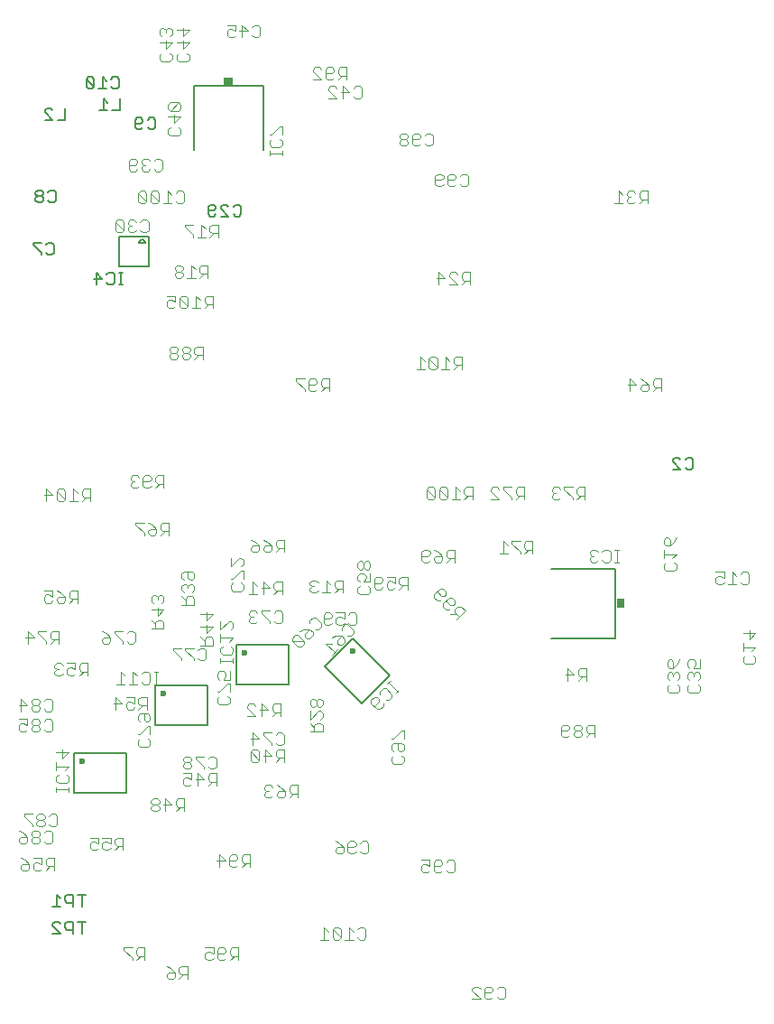
<source format=gbo>
G75*
G70*
%OFA0B0*%
%FSLAX24Y24*%
%IPPOS*%
%LPD*%
%AMOC8*
5,1,8,0,0,1.08239X$1,22.5*
%
%ADD10C,0.0080*%
%ADD11C,0.0050*%
%ADD12C,0.0040*%
%ADD13R,0.0340X0.0300*%
%ADD14R,0.0300X0.0340*%
%ADD15C,0.0236*%
D10*
X009460Y013462D02*
X011405Y013462D01*
X011405Y014919D01*
X009460Y014919D01*
X009460Y013462D01*
X012460Y015962D02*
X014405Y015962D01*
X014405Y017419D01*
X012460Y017419D01*
X012460Y015962D01*
X015460Y017462D02*
X015460Y018919D01*
X017405Y018919D01*
X017405Y017462D01*
X015460Y017462D01*
X018730Y018113D02*
X020105Y016738D01*
X021135Y017768D01*
X019760Y019143D01*
X018730Y018113D01*
X027110Y019151D02*
X029470Y019150D01*
X029470Y021731D01*
X027110Y021731D01*
X031608Y025388D02*
X031888Y025388D01*
X031608Y025668D01*
X031608Y025738D01*
X031678Y025808D01*
X031818Y025808D01*
X031888Y025738D01*
X032068Y025738D02*
X032138Y025808D01*
X032278Y025808D01*
X032348Y025738D01*
X032348Y025458D01*
X032278Y025388D01*
X032138Y025388D01*
X032068Y025458D01*
X016472Y037181D02*
X016472Y039541D01*
X013892Y039541D01*
X013892Y037181D01*
X012482Y038019D02*
X012412Y037949D01*
X012272Y037949D01*
X012202Y038019D01*
X012021Y038019D02*
X011951Y037949D01*
X011811Y037949D01*
X011741Y038019D01*
X011741Y038299D01*
X011811Y038369D01*
X011951Y038369D01*
X012021Y038299D01*
X012021Y038229D01*
X011951Y038159D01*
X011741Y038159D01*
X012202Y038299D02*
X012272Y038369D01*
X012412Y038369D01*
X012482Y038299D01*
X012482Y038019D01*
X011159Y038650D02*
X010879Y038650D01*
X010699Y038650D02*
X010418Y038650D01*
X010558Y038650D02*
X010558Y039070D01*
X010699Y038930D01*
X011159Y039070D02*
X011159Y038650D01*
X011060Y039449D02*
X010920Y039449D01*
X010849Y039519D01*
X010669Y039449D02*
X010389Y039449D01*
X010529Y039449D02*
X010529Y039869D01*
X010669Y039729D01*
X010849Y039799D02*
X010920Y039869D01*
X011060Y039869D01*
X011130Y039799D01*
X011130Y039519D01*
X011060Y039449D01*
X010209Y039519D02*
X009929Y039799D01*
X009929Y039519D01*
X009999Y039449D01*
X010139Y039449D01*
X010209Y039519D01*
X010209Y039799D01*
X010139Y039869D01*
X009999Y039869D01*
X009929Y039799D01*
X009142Y038713D02*
X009142Y038293D01*
X008862Y038293D01*
X008682Y038293D02*
X008402Y038573D01*
X008402Y038643D01*
X008472Y038713D01*
X008612Y038713D01*
X008682Y038643D01*
X008682Y038293D02*
X008402Y038293D01*
X008264Y035681D02*
X008124Y035681D01*
X008054Y035611D01*
X008054Y035541D01*
X008124Y035471D01*
X008264Y035471D01*
X008334Y035541D01*
X008334Y035611D01*
X008264Y035681D01*
X008264Y035471D02*
X008334Y035401D01*
X008334Y035331D01*
X008264Y035261D01*
X008124Y035261D01*
X008054Y035331D01*
X008054Y035401D01*
X008124Y035471D01*
X008514Y035331D02*
X008584Y035261D01*
X008724Y035261D01*
X008794Y035331D01*
X008794Y035611D01*
X008724Y035681D01*
X008584Y035681D01*
X008514Y035611D01*
X008513Y033745D02*
X008653Y033745D01*
X008723Y033675D01*
X008723Y033395D01*
X008653Y033325D01*
X008513Y033325D01*
X008443Y033395D01*
X008263Y033395D02*
X008263Y033325D01*
X008263Y033395D02*
X007983Y033675D01*
X007983Y033745D01*
X008263Y033745D01*
X008443Y033675D02*
X008513Y033745D01*
X011131Y033992D02*
X011131Y032889D01*
X012233Y032889D01*
X012233Y033992D01*
X011131Y033992D01*
X011879Y033756D02*
X012115Y033756D01*
X012113Y033776D01*
X012108Y033796D01*
X012099Y033815D01*
X012087Y033832D01*
X012073Y033846D01*
X012056Y033858D01*
X012037Y033867D01*
X012017Y033872D01*
X011997Y033874D01*
X011977Y033872D01*
X011957Y033867D01*
X011938Y033858D01*
X011921Y033846D01*
X011907Y033832D01*
X011895Y033815D01*
X011886Y033796D01*
X011881Y033776D01*
X011879Y033756D01*
X014441Y034801D02*
X014511Y034731D01*
X014652Y034731D01*
X014722Y034801D01*
X014652Y034941D02*
X014441Y034941D01*
X014441Y034801D02*
X014441Y035081D01*
X014511Y035151D01*
X014652Y035151D01*
X014722Y035081D01*
X014722Y035011D01*
X014652Y034941D01*
X014902Y035011D02*
X014902Y035081D01*
X014972Y035151D01*
X015112Y035151D01*
X015182Y035081D01*
X015362Y035081D02*
X015432Y035151D01*
X015572Y035151D01*
X015642Y035081D01*
X015642Y034801D01*
X015572Y034731D01*
X015432Y034731D01*
X015362Y034801D01*
X015182Y034731D02*
X014902Y034731D01*
X015182Y034731D02*
X014902Y035011D01*
D11*
X008986Y008241D02*
X008686Y008241D01*
X008686Y008541D02*
X008686Y008616D01*
X008761Y008691D01*
X008911Y008691D01*
X008986Y008616D01*
X009147Y008616D02*
X009147Y008466D01*
X009222Y008391D01*
X009447Y008391D01*
X009447Y008241D02*
X009447Y008691D01*
X009222Y008691D01*
X009147Y008616D01*
X008986Y008241D02*
X008686Y008541D01*
X008686Y009241D02*
X008986Y009241D01*
X008836Y009241D02*
X008836Y009691D01*
X008986Y009541D01*
X009147Y009616D02*
X009147Y009466D01*
X009222Y009391D01*
X009447Y009391D01*
X009447Y009241D02*
X009447Y009691D01*
X009222Y009691D01*
X009147Y009616D01*
X009607Y009691D02*
X009907Y009691D01*
X009757Y009691D02*
X009757Y009241D01*
X009757Y008691D02*
X009757Y008241D01*
X009907Y008691D02*
X009607Y008691D01*
X010290Y032203D02*
X010290Y032653D01*
X010515Y032428D01*
X010215Y032428D01*
X010675Y032278D02*
X010750Y032203D01*
X010900Y032203D01*
X010975Y032278D01*
X010975Y032578D01*
X010900Y032653D01*
X010750Y032653D01*
X010675Y032578D01*
X011132Y032653D02*
X011282Y032653D01*
X011207Y032653D02*
X011207Y032203D01*
X011282Y032203D02*
X011132Y032203D01*
D12*
X012912Y031796D02*
X013219Y031796D01*
X013219Y031566D01*
X013065Y031642D01*
X012989Y031642D01*
X012912Y031566D01*
X012912Y031412D01*
X012989Y031336D01*
X013142Y031336D01*
X013219Y031412D01*
X013372Y031412D02*
X013449Y031336D01*
X013602Y031336D01*
X013679Y031412D01*
X013372Y031719D01*
X013372Y031412D01*
X013679Y031412D02*
X013679Y031719D01*
X013602Y031796D01*
X013449Y031796D01*
X013372Y031719D01*
X013833Y031336D02*
X014139Y031336D01*
X013986Y031336D02*
X013986Y031796D01*
X014139Y031642D01*
X014293Y031566D02*
X014370Y031489D01*
X014600Y031489D01*
X014600Y031336D02*
X014600Y031796D01*
X014370Y031796D01*
X014293Y031719D01*
X014293Y031566D01*
X014446Y031489D02*
X014293Y031336D01*
X014418Y032461D02*
X014418Y032921D01*
X014188Y032921D01*
X014111Y032844D01*
X014111Y032691D01*
X014188Y032614D01*
X014418Y032614D01*
X014265Y032614D02*
X014111Y032461D01*
X013958Y032461D02*
X013651Y032461D01*
X013805Y032461D02*
X013805Y032921D01*
X013958Y032767D01*
X013498Y032767D02*
X013498Y032844D01*
X013421Y032921D01*
X013268Y032921D01*
X013191Y032844D01*
X013191Y032767D01*
X013268Y032691D01*
X013421Y032691D01*
X013498Y032767D01*
X013421Y032691D02*
X013498Y032614D01*
X013498Y032537D01*
X013421Y032461D01*
X013268Y032461D01*
X013191Y032537D01*
X013191Y032614D01*
X013268Y032691D01*
X013873Y033961D02*
X013873Y034037D01*
X013566Y034344D01*
X013566Y034421D01*
X013873Y034421D01*
X014180Y034421D02*
X014180Y033961D01*
X014333Y033961D02*
X014026Y033961D01*
X014333Y034267D02*
X014180Y034421D01*
X014486Y034344D02*
X014486Y034191D01*
X014563Y034114D01*
X014793Y034114D01*
X014640Y034114D02*
X014486Y033961D01*
X014793Y033961D02*
X014793Y034421D01*
X014563Y034421D01*
X014486Y034344D01*
X013537Y035287D02*
X013461Y035211D01*
X013307Y035211D01*
X013230Y035287D01*
X013077Y035211D02*
X012770Y035211D01*
X012923Y035211D02*
X012923Y035671D01*
X013077Y035517D01*
X013230Y035594D02*
X013307Y035671D01*
X013461Y035671D01*
X013537Y035594D01*
X013537Y035287D01*
X012616Y035287D02*
X012540Y035211D01*
X012386Y035211D01*
X012310Y035287D01*
X012310Y035594D01*
X012616Y035287D01*
X012616Y035594D01*
X012540Y035671D01*
X012386Y035671D01*
X012310Y035594D01*
X012156Y035594D02*
X012079Y035671D01*
X011926Y035671D01*
X011849Y035594D01*
X012156Y035287D01*
X012079Y035211D01*
X011926Y035211D01*
X011849Y035287D01*
X011849Y035594D01*
X012156Y035594D02*
X012156Y035287D01*
X012148Y034608D02*
X012225Y034532D01*
X012225Y034225D01*
X012148Y034148D01*
X011995Y034148D01*
X011918Y034225D01*
X011764Y034225D02*
X011688Y034148D01*
X011534Y034148D01*
X011457Y034225D01*
X011457Y034301D01*
X011534Y034378D01*
X011611Y034378D01*
X011534Y034378D02*
X011457Y034455D01*
X011457Y034532D01*
X011534Y034608D01*
X011688Y034608D01*
X011764Y034532D01*
X011918Y034532D02*
X011995Y034608D01*
X012148Y034608D01*
X011304Y034532D02*
X011304Y034225D01*
X010997Y034532D01*
X010997Y034225D01*
X011074Y034148D01*
X011227Y034148D01*
X011304Y034225D01*
X011304Y034532D02*
X011227Y034608D01*
X011074Y034608D01*
X010997Y034532D01*
X011580Y036398D02*
X011503Y036475D01*
X011503Y036782D01*
X011580Y036858D01*
X011733Y036858D01*
X011810Y036782D01*
X011810Y036705D01*
X011733Y036628D01*
X011503Y036628D01*
X011580Y036398D02*
X011733Y036398D01*
X011810Y036475D01*
X011964Y036475D02*
X012040Y036398D01*
X012194Y036398D01*
X012271Y036475D01*
X012424Y036475D02*
X012501Y036398D01*
X012654Y036398D01*
X012731Y036475D01*
X012731Y036782D01*
X012654Y036858D01*
X012501Y036858D01*
X012424Y036782D01*
X012271Y036782D02*
X012194Y036858D01*
X012040Y036858D01*
X011964Y036782D01*
X011964Y036705D01*
X012040Y036628D01*
X011964Y036551D01*
X011964Y036475D01*
X012040Y036628D02*
X012117Y036628D01*
X013029Y037711D02*
X012952Y037787D01*
X012952Y037941D01*
X013029Y038017D01*
X013182Y038171D02*
X013182Y038478D01*
X013029Y038631D02*
X013336Y038938D01*
X013029Y038938D01*
X012952Y038861D01*
X012952Y038708D01*
X013029Y038631D01*
X013336Y038631D01*
X013413Y038708D01*
X013413Y038861D01*
X013336Y038938D01*
X013413Y038401D02*
X013182Y038171D01*
X013336Y038017D02*
X013413Y037941D01*
X013413Y037787D01*
X013336Y037711D01*
X013029Y037711D01*
X012952Y038401D02*
X013413Y038401D01*
X013341Y040454D02*
X013265Y040531D01*
X013265Y040685D01*
X013341Y040761D01*
X013495Y040915D02*
X013495Y041222D01*
X013495Y041375D02*
X013495Y041682D01*
X013725Y041605D02*
X013495Y041375D01*
X013725Y041145D02*
X013495Y040915D01*
X013648Y040761D02*
X013725Y040685D01*
X013725Y040531D01*
X013648Y040454D01*
X013341Y040454D01*
X013094Y040534D02*
X013017Y040457D01*
X012710Y040457D01*
X012634Y040534D01*
X012634Y040687D01*
X012710Y040764D01*
X012864Y040917D02*
X012864Y041224D01*
X013017Y041378D02*
X013094Y041454D01*
X013094Y041608D01*
X013017Y041684D01*
X012941Y041684D01*
X012864Y041608D01*
X012787Y041684D01*
X012710Y041684D01*
X012634Y041608D01*
X012634Y041454D01*
X012710Y041378D01*
X012864Y041531D02*
X012864Y041608D01*
X013265Y041605D02*
X013725Y041605D01*
X013725Y041145D02*
X013265Y041145D01*
X013094Y041147D02*
X012864Y040917D01*
X013017Y040764D02*
X013094Y040687D01*
X013094Y040534D01*
X013094Y041147D02*
X012634Y041147D01*
X015128Y041412D02*
X015205Y041336D01*
X015359Y041336D01*
X015435Y041412D01*
X015435Y041566D02*
X015282Y041642D01*
X015205Y041642D01*
X015128Y041566D01*
X015128Y041412D01*
X015435Y041566D02*
X015435Y041796D01*
X015128Y041796D01*
X015589Y041566D02*
X015896Y041566D01*
X015665Y041796D01*
X015665Y041336D01*
X016049Y041412D02*
X016126Y041336D01*
X016279Y041336D01*
X016356Y041412D01*
X016356Y041719D01*
X016279Y041796D01*
X016126Y041796D01*
X016049Y041719D01*
X018310Y040157D02*
X018386Y040233D01*
X018540Y040233D01*
X018616Y040157D01*
X018770Y040157D02*
X018847Y040233D01*
X019000Y040233D01*
X019077Y040157D01*
X019077Y040080D01*
X019000Y040003D01*
X018770Y040003D01*
X018770Y039850D02*
X018770Y040157D01*
X018770Y039850D02*
X018847Y039773D01*
X019000Y039773D01*
X019077Y039850D01*
X019230Y039773D02*
X019384Y039926D01*
X019307Y039926D02*
X019537Y039926D01*
X019537Y039773D02*
X019537Y040233D01*
X019307Y040233D01*
X019230Y040157D01*
X019230Y040003D01*
X019307Y039926D01*
X019410Y039537D02*
X019641Y039307D01*
X019334Y039307D01*
X019180Y039460D02*
X019104Y039537D01*
X018950Y039537D01*
X018873Y039460D01*
X018873Y039384D01*
X019180Y039077D01*
X018873Y039077D01*
X018616Y039773D02*
X018310Y039773D01*
X018616Y039773D02*
X018310Y040080D01*
X018310Y040157D01*
X019410Y039537D02*
X019410Y039077D01*
X019794Y039153D02*
X019871Y039077D01*
X020024Y039077D01*
X020101Y039153D01*
X020101Y039460D01*
X020024Y039537D01*
X019871Y039537D01*
X019794Y039460D01*
X021503Y037719D02*
X021503Y037642D01*
X021580Y037566D01*
X021733Y037566D01*
X021810Y037642D01*
X021810Y037719D01*
X021733Y037796D01*
X021580Y037796D01*
X021503Y037719D01*
X021580Y037566D02*
X021503Y037489D01*
X021503Y037412D01*
X021580Y037336D01*
X021733Y037336D01*
X021810Y037412D01*
X021810Y037489D01*
X021733Y037566D01*
X021964Y037566D02*
X022194Y037566D01*
X022271Y037642D01*
X022271Y037719D01*
X022194Y037796D01*
X022040Y037796D01*
X021964Y037719D01*
X021964Y037412D01*
X022040Y037336D01*
X022194Y037336D01*
X022271Y037412D01*
X022424Y037412D02*
X022501Y037336D01*
X022654Y037336D01*
X022731Y037412D01*
X022731Y037719D01*
X022654Y037796D01*
X022501Y037796D01*
X022424Y037719D01*
X022893Y036296D02*
X022816Y036219D01*
X022816Y035912D01*
X022893Y035836D01*
X023046Y035836D01*
X023123Y035912D01*
X023276Y035912D02*
X023276Y036219D01*
X023353Y036296D01*
X023506Y036296D01*
X023583Y036219D01*
X023583Y036142D01*
X023506Y036066D01*
X023276Y036066D01*
X023276Y035912D02*
X023353Y035836D01*
X023506Y035836D01*
X023583Y035912D01*
X023736Y035912D02*
X023813Y035836D01*
X023967Y035836D01*
X024043Y035912D01*
X024043Y036219D01*
X023967Y036296D01*
X023813Y036296D01*
X023736Y036219D01*
X023123Y036219D02*
X023123Y036142D01*
X023046Y036066D01*
X022816Y036066D01*
X022893Y036296D02*
X023046Y036296D01*
X023123Y036219D01*
X022955Y032671D02*
X023185Y032441D01*
X022878Y032441D01*
X022955Y032211D02*
X022955Y032671D01*
X023339Y032594D02*
X023415Y032671D01*
X023569Y032671D01*
X023645Y032594D01*
X023799Y032594D02*
X023799Y032441D01*
X023876Y032364D01*
X024106Y032364D01*
X024106Y032211D02*
X024106Y032671D01*
X023876Y032671D01*
X023799Y032594D01*
X023952Y032364D02*
X023799Y032211D01*
X023645Y032211D02*
X023339Y032517D01*
X023339Y032594D01*
X023339Y032211D02*
X023645Y032211D01*
X023586Y029546D02*
X023509Y029469D01*
X023509Y029316D01*
X023586Y029239D01*
X023816Y029239D01*
X023663Y029239D02*
X023509Y029086D01*
X023356Y029086D02*
X023049Y029086D01*
X023202Y029086D02*
X023202Y029546D01*
X023356Y029392D01*
X023586Y029546D02*
X023816Y029546D01*
X023816Y029086D01*
X022896Y029162D02*
X022589Y029469D01*
X022589Y029162D01*
X022665Y029086D01*
X022819Y029086D01*
X022896Y029162D01*
X022896Y029469D01*
X022819Y029546D01*
X022665Y029546D01*
X022589Y029469D01*
X022435Y029392D02*
X022282Y029546D01*
X022282Y029086D01*
X022435Y029086D02*
X022128Y029086D01*
X018912Y028733D02*
X018912Y028273D01*
X018912Y028426D02*
X018682Y028426D01*
X018605Y028503D01*
X018605Y028657D01*
X018682Y028733D01*
X018912Y028733D01*
X018759Y028426D02*
X018605Y028273D01*
X018452Y028350D02*
X018375Y028273D01*
X018222Y028273D01*
X018145Y028350D01*
X018145Y028657D01*
X018222Y028733D01*
X018375Y028733D01*
X018452Y028657D01*
X018452Y028580D01*
X018375Y028503D01*
X018145Y028503D01*
X017991Y028350D02*
X017991Y028273D01*
X017991Y028350D02*
X017685Y028657D01*
X017685Y028733D01*
X017991Y028733D01*
X014225Y029461D02*
X014225Y029921D01*
X013995Y029921D01*
X013918Y029844D01*
X013918Y029691D01*
X013995Y029614D01*
X014225Y029614D01*
X014071Y029614D02*
X013918Y029461D01*
X013764Y029537D02*
X013764Y029614D01*
X013688Y029691D01*
X013534Y029691D01*
X013457Y029614D01*
X013457Y029537D01*
X013534Y029461D01*
X013688Y029461D01*
X013764Y029537D01*
X013688Y029691D02*
X013764Y029767D01*
X013764Y029844D01*
X013688Y029921D01*
X013534Y029921D01*
X013457Y029844D01*
X013457Y029767D01*
X013534Y029691D01*
X013304Y029767D02*
X013304Y029844D01*
X013227Y029921D01*
X013074Y029921D01*
X012997Y029844D01*
X012997Y029767D01*
X013074Y029691D01*
X013227Y029691D01*
X013304Y029767D01*
X013227Y029691D02*
X013304Y029614D01*
X013304Y029537D01*
X013227Y029461D01*
X013074Y029461D01*
X012997Y029537D01*
X012997Y029614D01*
X013074Y029691D01*
X012787Y025171D02*
X012557Y025171D01*
X012480Y025094D01*
X012480Y024941D01*
X012557Y024864D01*
X012787Y024864D01*
X012634Y024864D02*
X012480Y024711D01*
X012327Y024787D02*
X012250Y024711D01*
X012097Y024711D01*
X012020Y024787D01*
X012020Y025094D01*
X012097Y025171D01*
X012250Y025171D01*
X012327Y025094D01*
X012327Y025017D01*
X012250Y024941D01*
X012020Y024941D01*
X011866Y025094D02*
X011790Y025171D01*
X011636Y025171D01*
X011560Y025094D01*
X011560Y025017D01*
X011636Y024941D01*
X011560Y024864D01*
X011560Y024787D01*
X011636Y024711D01*
X011790Y024711D01*
X011866Y024787D01*
X011713Y024941D02*
X011636Y024941D01*
X012787Y024711D02*
X012787Y025171D01*
X012751Y023421D02*
X012674Y023344D01*
X012674Y023191D01*
X012751Y023114D01*
X012981Y023114D01*
X012981Y022961D02*
X012981Y023421D01*
X012751Y023421D01*
X012827Y023114D02*
X012674Y022961D01*
X012520Y023037D02*
X012444Y022961D01*
X012290Y022961D01*
X012214Y023037D01*
X012214Y023114D01*
X012290Y023191D01*
X012520Y023191D01*
X012520Y023037D01*
X012520Y023191D02*
X012367Y023344D01*
X012214Y023421D01*
X012060Y023421D02*
X011753Y023421D01*
X011753Y023344D01*
X012060Y023037D01*
X012060Y022961D01*
X013452Y021549D02*
X013529Y021626D01*
X013836Y021626D01*
X013913Y021549D01*
X013913Y021395D01*
X013836Y021319D01*
X013759Y021319D01*
X013682Y021395D01*
X013682Y021626D01*
X013452Y021549D02*
X013452Y021395D01*
X013529Y021319D01*
X013529Y021165D02*
X013452Y021089D01*
X013452Y020935D01*
X013529Y020858D01*
X013452Y020705D02*
X013606Y020551D01*
X013606Y020628D02*
X013606Y020398D01*
X013452Y020398D02*
X013913Y020398D01*
X013913Y020628D01*
X013836Y020705D01*
X013682Y020705D01*
X013606Y020628D01*
X013836Y020858D02*
X013913Y020935D01*
X013913Y021089D01*
X013836Y021165D01*
X013759Y021165D01*
X013682Y021089D01*
X013606Y021165D01*
X013529Y021165D01*
X013682Y021089D02*
X013682Y021012D01*
X012788Y020674D02*
X012711Y020751D01*
X012634Y020751D01*
X012557Y020674D01*
X012481Y020751D01*
X012404Y020751D01*
X012327Y020674D01*
X012327Y020520D01*
X012404Y020444D01*
X012557Y020597D02*
X012557Y020674D01*
X012788Y020674D02*
X012788Y020520D01*
X012711Y020444D01*
X012557Y020290D02*
X012557Y019983D01*
X012788Y020214D01*
X012327Y020214D01*
X012327Y019830D02*
X012481Y019676D01*
X012481Y019753D02*
X012481Y019523D01*
X012327Y019523D02*
X012788Y019523D01*
X012788Y019753D01*
X012711Y019830D01*
X012557Y019830D01*
X012481Y019753D01*
X011731Y019344D02*
X011731Y019037D01*
X011654Y018961D01*
X011501Y018961D01*
X011424Y019037D01*
X011271Y019037D02*
X011271Y018961D01*
X011271Y019037D02*
X010964Y019344D01*
X010964Y019421D01*
X011271Y019421D01*
X011424Y019344D02*
X011501Y019421D01*
X011654Y019421D01*
X011731Y019344D01*
X010810Y019191D02*
X010580Y019191D01*
X010503Y019114D01*
X010503Y019037D01*
X010580Y018961D01*
X010733Y018961D01*
X010810Y019037D01*
X010810Y019191D01*
X010657Y019344D01*
X010503Y019421D01*
X009981Y018233D02*
X009751Y018233D01*
X009674Y018157D01*
X009674Y018003D01*
X009751Y017926D01*
X009981Y017926D01*
X009981Y017773D02*
X009981Y018233D01*
X009827Y017926D02*
X009674Y017773D01*
X009521Y017850D02*
X009444Y017773D01*
X009290Y017773D01*
X009214Y017850D01*
X009214Y018003D01*
X009290Y018080D01*
X009367Y018080D01*
X009521Y018003D01*
X009521Y018233D01*
X009214Y018233D01*
X009060Y018157D02*
X008983Y018233D01*
X008830Y018233D01*
X008753Y018157D01*
X008753Y018080D01*
X008830Y018003D01*
X008753Y017926D01*
X008753Y017850D01*
X008830Y017773D01*
X008983Y017773D01*
X009060Y017850D01*
X008907Y018003D02*
X008830Y018003D01*
X008912Y018961D02*
X008912Y019421D01*
X008682Y019421D01*
X008605Y019344D01*
X008605Y019191D01*
X008682Y019114D01*
X008912Y019114D01*
X008759Y019114D02*
X008605Y018961D01*
X008452Y018961D02*
X008452Y019037D01*
X008145Y019344D01*
X008145Y019421D01*
X008452Y019421D01*
X007991Y019191D02*
X007685Y019191D01*
X007761Y018961D02*
X007761Y019421D01*
X007991Y019191D01*
X008449Y020461D02*
X008372Y020537D01*
X008372Y020691D01*
X008449Y020767D01*
X008526Y020767D01*
X008679Y020691D01*
X008679Y020921D01*
X008372Y020921D01*
X008832Y020921D02*
X008986Y020844D01*
X009139Y020691D01*
X008909Y020691D01*
X008832Y020614D01*
X008832Y020537D01*
X008909Y020461D01*
X009063Y020461D01*
X009139Y020537D01*
X009139Y020691D01*
X009293Y020691D02*
X009370Y020614D01*
X009600Y020614D01*
X009600Y020461D02*
X009600Y020921D01*
X009370Y020921D01*
X009293Y020844D01*
X009293Y020691D01*
X009446Y020614D02*
X009293Y020461D01*
X008679Y020537D02*
X008602Y020461D01*
X008449Y020461D01*
X011195Y017926D02*
X011195Y017465D01*
X011042Y017465D02*
X011349Y017465D01*
X011502Y017465D02*
X011809Y017465D01*
X011656Y017465D02*
X011656Y017926D01*
X011809Y017772D01*
X011962Y017849D02*
X012039Y017926D01*
X012193Y017926D01*
X012269Y017849D01*
X012269Y017542D01*
X012193Y017465D01*
X012039Y017465D01*
X011962Y017542D01*
X012423Y017465D02*
X012576Y017465D01*
X012500Y017465D02*
X012500Y017926D01*
X012576Y017926D02*
X012423Y017926D01*
X012162Y016983D02*
X011932Y016983D01*
X011855Y016907D01*
X011855Y016753D01*
X011932Y016676D01*
X012162Y016676D01*
X012162Y016523D02*
X012162Y016983D01*
X012009Y016676D02*
X011855Y016523D01*
X011904Y016376D02*
X012211Y016376D01*
X012288Y016299D01*
X012288Y016145D01*
X012211Y016069D01*
X012134Y016069D01*
X012057Y016145D01*
X012057Y016376D01*
X011904Y016376D02*
X011827Y016299D01*
X011827Y016145D01*
X011904Y016069D01*
X012211Y015915D02*
X011904Y015608D01*
X011827Y015608D01*
X011904Y015455D02*
X011827Y015378D01*
X011827Y015225D01*
X011904Y015148D01*
X012211Y015148D01*
X012288Y015225D01*
X012288Y015378D01*
X012211Y015455D01*
X012288Y015608D02*
X012288Y015915D01*
X012211Y015915D01*
X011625Y016523D02*
X011702Y016600D01*
X011625Y016523D02*
X011472Y016523D01*
X011395Y016600D01*
X011395Y016753D01*
X011472Y016830D01*
X011548Y016830D01*
X011702Y016753D01*
X011702Y016983D01*
X011395Y016983D01*
X011241Y016753D02*
X010935Y016753D01*
X011011Y016523D02*
X011011Y016983D01*
X011241Y016753D01*
X011349Y017772D02*
X011195Y017926D01*
X013128Y018719D02*
X013435Y018412D01*
X013435Y018336D01*
X013589Y018719D02*
X013896Y018412D01*
X013896Y018336D01*
X014049Y018412D02*
X014126Y018336D01*
X014279Y018336D01*
X014356Y018412D01*
X014356Y018719D01*
X014279Y018796D01*
X014126Y018796D01*
X014049Y018719D01*
X013896Y018796D02*
X013589Y018796D01*
X013589Y018719D01*
X013435Y018796D02*
X013128Y018796D01*
X013128Y018719D01*
X014140Y018898D02*
X014600Y018898D01*
X014600Y019128D01*
X014523Y019205D01*
X014370Y019205D01*
X014293Y019128D01*
X014293Y018898D01*
X014293Y019052D02*
X014140Y019205D01*
X014370Y019358D02*
X014370Y019665D01*
X014370Y019819D02*
X014370Y020126D01*
X014600Y020049D02*
X014370Y019819D01*
X014140Y020049D02*
X014600Y020049D01*
X014885Y019784D02*
X014885Y019477D01*
X015192Y019784D01*
X015268Y019784D01*
X015345Y019707D01*
X015345Y019553D01*
X015268Y019477D01*
X015345Y019170D02*
X014885Y019170D01*
X014885Y019323D02*
X014885Y019016D01*
X014961Y018863D02*
X014885Y018786D01*
X014885Y018633D01*
X014961Y018556D01*
X015268Y018556D01*
X015345Y018633D01*
X015345Y018786D01*
X015268Y018863D01*
X015192Y019016D02*
X015345Y019170D01*
X015345Y018402D02*
X015345Y018249D01*
X015345Y018326D02*
X014885Y018326D01*
X014885Y018402D02*
X014885Y018249D01*
X014841Y017938D02*
X014765Y017861D01*
X014765Y017708D01*
X014841Y017631D01*
X014995Y017631D02*
X015072Y017785D01*
X015072Y017861D01*
X014995Y017938D01*
X014841Y017938D01*
X014995Y017631D02*
X015225Y017631D01*
X015225Y017938D01*
X015225Y017478D02*
X015148Y017478D01*
X014841Y017171D01*
X014765Y017171D01*
X014841Y017017D02*
X014765Y016941D01*
X014765Y016787D01*
X014841Y016711D01*
X015148Y016711D01*
X015225Y016787D01*
X015225Y016941D01*
X015148Y017017D01*
X015225Y017171D02*
X015225Y017478D01*
X015949Y016733D02*
X015872Y016657D01*
X015872Y016580D01*
X016179Y016273D01*
X015872Y016273D01*
X015949Y016733D02*
X016102Y016733D01*
X016179Y016657D01*
X016332Y016503D02*
X016639Y016503D01*
X016409Y016733D01*
X016409Y016273D01*
X016793Y016273D02*
X016946Y016426D01*
X016870Y016426D02*
X017100Y016426D01*
X017100Y016273D02*
X017100Y016733D01*
X016870Y016733D01*
X016793Y016657D01*
X016793Y016503D01*
X016870Y016426D01*
X016770Y015671D02*
X016464Y015671D01*
X016464Y015594D01*
X016770Y015287D01*
X016770Y015211D01*
X016924Y015287D02*
X017001Y015211D01*
X017154Y015211D01*
X017231Y015287D01*
X017231Y015594D01*
X017154Y015671D01*
X017001Y015671D01*
X016924Y015594D01*
X017001Y015046D02*
X016924Y014969D01*
X016924Y014816D01*
X017001Y014739D01*
X017231Y014739D01*
X017231Y014586D02*
X017231Y015046D01*
X017001Y015046D01*
X017077Y014739D02*
X016924Y014586D01*
X016771Y014816D02*
X016540Y015046D01*
X016540Y014586D01*
X016464Y014816D02*
X016771Y014816D01*
X016310Y014969D02*
X016233Y015046D01*
X016080Y015046D01*
X016003Y014969D01*
X016310Y014662D01*
X016233Y014586D01*
X016080Y014586D01*
X016003Y014662D01*
X016003Y014969D01*
X016080Y015211D02*
X016080Y015671D01*
X016310Y015441D01*
X016003Y015441D01*
X016310Y014969D02*
X016310Y014662D01*
X016580Y013733D02*
X016503Y013657D01*
X016503Y013580D01*
X016580Y013503D01*
X016503Y013426D01*
X016503Y013350D01*
X016580Y013273D01*
X016733Y013273D01*
X016810Y013350D01*
X016964Y013350D02*
X016964Y013426D01*
X017040Y013503D01*
X017270Y013503D01*
X017270Y013350D01*
X017194Y013273D01*
X017040Y013273D01*
X016964Y013350D01*
X017270Y013503D02*
X017117Y013657D01*
X016964Y013733D01*
X016810Y013657D02*
X016733Y013733D01*
X016580Y013733D01*
X016580Y013503D02*
X016657Y013503D01*
X017424Y013503D02*
X017501Y013426D01*
X017731Y013426D01*
X017731Y013273D02*
X017731Y013733D01*
X017501Y013733D01*
X017424Y013657D01*
X017424Y013503D01*
X017577Y013426D02*
X017424Y013273D01*
X019128Y011671D02*
X019282Y011594D01*
X019435Y011441D01*
X019205Y011441D01*
X019128Y011364D01*
X019128Y011287D01*
X019205Y011211D01*
X019359Y011211D01*
X019435Y011287D01*
X019435Y011441D01*
X019589Y011441D02*
X019819Y011441D01*
X019896Y011517D01*
X019896Y011594D01*
X019819Y011671D01*
X019665Y011671D01*
X019589Y011594D01*
X019589Y011287D01*
X019665Y011211D01*
X019819Y011211D01*
X019896Y011287D01*
X020049Y011287D02*
X020126Y011211D01*
X020279Y011211D01*
X020356Y011287D01*
X020356Y011594D01*
X020279Y011671D01*
X020126Y011671D01*
X020049Y011594D01*
X022311Y010975D02*
X022618Y010975D01*
X022618Y010744D01*
X022464Y010821D01*
X022388Y010821D01*
X022311Y010744D01*
X022311Y010591D01*
X022388Y010514D01*
X022541Y010514D01*
X022618Y010591D01*
X022771Y010591D02*
X022771Y010898D01*
X022848Y010975D01*
X023001Y010975D01*
X023078Y010898D01*
X023078Y010821D01*
X023001Y010744D01*
X022771Y010744D01*
X022771Y010591D02*
X022848Y010514D01*
X023001Y010514D01*
X023078Y010591D01*
X023232Y010591D02*
X023308Y010514D01*
X023462Y010514D01*
X023538Y010591D01*
X023538Y010898D01*
X023462Y010975D01*
X023308Y010975D01*
X023232Y010898D01*
X020254Y008407D02*
X020254Y008100D01*
X020177Y008023D01*
X020024Y008023D01*
X019947Y008100D01*
X019793Y008023D02*
X019486Y008023D01*
X019640Y008023D02*
X019640Y008483D01*
X019793Y008330D01*
X019947Y008407D02*
X020024Y008483D01*
X020177Y008483D01*
X020254Y008407D01*
X019333Y008407D02*
X019333Y008100D01*
X019026Y008407D01*
X019026Y008100D01*
X019103Y008023D01*
X019256Y008023D01*
X019333Y008100D01*
X019333Y008407D02*
X019256Y008483D01*
X019103Y008483D01*
X019026Y008407D01*
X018873Y008330D02*
X018719Y008483D01*
X018719Y008023D01*
X018566Y008023D02*
X018873Y008023D01*
X015981Y010711D02*
X015981Y011171D01*
X015751Y011171D01*
X015674Y011094D01*
X015674Y010941D01*
X015751Y010864D01*
X015981Y010864D01*
X015827Y010864D02*
X015674Y010711D01*
X015521Y010787D02*
X015444Y010711D01*
X015290Y010711D01*
X015214Y010787D01*
X015214Y011094D01*
X015290Y011171D01*
X015444Y011171D01*
X015521Y011094D01*
X015521Y011017D01*
X015444Y010941D01*
X015214Y010941D01*
X015060Y010941D02*
X014753Y010941D01*
X014830Y011171D02*
X015060Y010941D01*
X014830Y010711D02*
X014830Y011171D01*
X013543Y012773D02*
X013543Y013233D01*
X013313Y013233D01*
X013236Y013157D01*
X013236Y013003D01*
X013313Y012926D01*
X013543Y012926D01*
X013390Y012926D02*
X013236Y012773D01*
X013083Y013003D02*
X012776Y013003D01*
X012623Y012926D02*
X012546Y013003D01*
X012393Y013003D01*
X012316Y012926D01*
X012316Y012850D01*
X012393Y012773D01*
X012546Y012773D01*
X012623Y012850D01*
X012623Y012926D01*
X012546Y013003D02*
X012623Y013080D01*
X012623Y013157D01*
X012546Y013233D01*
X012393Y013233D01*
X012316Y013157D01*
X012316Y013080D01*
X012393Y013003D01*
X012853Y012773D02*
X012853Y013233D01*
X013083Y013003D01*
X013580Y013711D02*
X013733Y013711D01*
X013810Y013787D01*
X013810Y013941D02*
X013657Y014017D01*
X013580Y014017D01*
X013503Y013941D01*
X013503Y013787D01*
X013580Y013711D01*
X013810Y013941D02*
X013810Y014171D01*
X013503Y014171D01*
X013580Y014336D02*
X013733Y014336D01*
X013810Y014412D01*
X013810Y014489D01*
X013733Y014566D01*
X013580Y014566D01*
X013503Y014489D01*
X013503Y014412D01*
X013580Y014336D01*
X013580Y014566D02*
X013503Y014642D01*
X013503Y014719D01*
X013580Y014796D01*
X013733Y014796D01*
X013810Y014719D01*
X013810Y014642D01*
X013733Y014566D01*
X013964Y014719D02*
X014271Y014412D01*
X014271Y014336D01*
X014424Y014412D02*
X014501Y014336D01*
X014654Y014336D01*
X014731Y014412D01*
X014731Y014719D01*
X014654Y014796D01*
X014501Y014796D01*
X014424Y014719D01*
X014271Y014796D02*
X013964Y014796D01*
X013964Y014719D01*
X014040Y014171D02*
X014271Y013941D01*
X013964Y013941D01*
X014040Y013711D02*
X014040Y014171D01*
X014424Y014094D02*
X014424Y013941D01*
X014501Y013864D01*
X014731Y013864D01*
X014731Y013711D02*
X014731Y014171D01*
X014501Y014171D01*
X014424Y014094D01*
X014577Y013864D02*
X014424Y013711D01*
X011287Y011796D02*
X011287Y011336D01*
X011287Y011489D02*
X011057Y011489D01*
X010980Y011566D01*
X010980Y011719D01*
X011057Y011796D01*
X011287Y011796D01*
X011134Y011489D02*
X010980Y011336D01*
X010827Y011412D02*
X010750Y011336D01*
X010597Y011336D01*
X010520Y011412D01*
X010520Y011566D01*
X010597Y011642D01*
X010673Y011642D01*
X010827Y011566D01*
X010827Y011796D01*
X010520Y011796D01*
X010366Y011796D02*
X010366Y011566D01*
X010213Y011642D01*
X010136Y011642D01*
X010060Y011566D01*
X010060Y011412D01*
X010136Y011336D01*
X010290Y011336D01*
X010366Y011412D01*
X010366Y011796D02*
X010060Y011796D01*
X008856Y012287D02*
X008779Y012211D01*
X008626Y012211D01*
X008549Y012287D01*
X008396Y012287D02*
X008396Y012364D01*
X008319Y012441D01*
X008165Y012441D01*
X008089Y012364D01*
X008089Y012287D01*
X008165Y012211D01*
X008319Y012211D01*
X008396Y012287D01*
X008319Y012441D02*
X008396Y012517D01*
X008396Y012594D01*
X008319Y012671D01*
X008165Y012671D01*
X008089Y012594D01*
X008089Y012517D01*
X008165Y012441D01*
X007935Y012287D02*
X007628Y012594D01*
X007628Y012671D01*
X007935Y012671D01*
X007935Y012287D02*
X007935Y012211D01*
X007978Y012046D02*
X007901Y011969D01*
X007901Y011892D01*
X007978Y011816D01*
X008131Y011816D01*
X008208Y011892D01*
X008208Y011969D01*
X008131Y012046D01*
X007978Y012046D01*
X007978Y011816D02*
X007901Y011739D01*
X007901Y011662D01*
X007978Y011586D01*
X008131Y011586D01*
X008208Y011662D01*
X008208Y011739D01*
X008131Y011816D01*
X008361Y011969D02*
X008438Y012046D01*
X008592Y012046D01*
X008668Y011969D01*
X008668Y011662D01*
X008592Y011586D01*
X008438Y011586D01*
X008361Y011662D01*
X007748Y011662D02*
X007671Y011586D01*
X007518Y011586D01*
X007441Y011662D01*
X007441Y011739D01*
X007518Y011816D01*
X007748Y011816D01*
X007748Y011662D01*
X007748Y011816D02*
X007594Y011969D01*
X007441Y012046D01*
X007503Y011046D02*
X007657Y010969D01*
X007810Y010816D01*
X007580Y010816D01*
X007503Y010739D01*
X007503Y010662D01*
X007580Y010586D01*
X007733Y010586D01*
X007810Y010662D01*
X007810Y010816D01*
X007964Y010816D02*
X007964Y010662D01*
X008040Y010586D01*
X008194Y010586D01*
X008270Y010662D01*
X008270Y010816D02*
X008117Y010892D01*
X008040Y010892D01*
X007964Y010816D01*
X007964Y011046D02*
X008270Y011046D01*
X008270Y010816D01*
X008424Y010816D02*
X008501Y010739D01*
X008731Y010739D01*
X008731Y010586D02*
X008731Y011046D01*
X008501Y011046D01*
X008424Y010969D01*
X008424Y010816D01*
X008577Y010739D02*
X008424Y010586D01*
X008856Y012287D02*
X008856Y012594D01*
X008779Y012671D01*
X008626Y012671D01*
X008549Y012594D01*
X008822Y013499D02*
X008822Y013652D01*
X008822Y013576D02*
X009283Y013576D01*
X009283Y013652D02*
X009283Y013499D01*
X009206Y013806D02*
X008899Y013806D01*
X008822Y013883D01*
X008822Y014036D01*
X008899Y014113D01*
X008822Y014266D02*
X008822Y014573D01*
X008822Y014420D02*
X009283Y014420D01*
X009129Y014266D01*
X009206Y014113D02*
X009283Y014036D01*
X009283Y013883D01*
X009206Y013806D01*
X009052Y014727D02*
X009052Y015034D01*
X008822Y014957D02*
X009283Y014957D01*
X009052Y014727D01*
X008592Y015711D02*
X008438Y015711D01*
X008361Y015787D01*
X008208Y015787D02*
X008208Y015864D01*
X008131Y015941D01*
X007978Y015941D01*
X007901Y015864D01*
X007901Y015787D01*
X007978Y015711D01*
X008131Y015711D01*
X008208Y015787D01*
X008131Y015941D02*
X008208Y016017D01*
X008208Y016094D01*
X008131Y016171D01*
X007978Y016171D01*
X007901Y016094D01*
X007901Y016017D01*
X007978Y015941D01*
X007748Y015941D02*
X007748Y016171D01*
X007441Y016171D01*
X007518Y016017D02*
X007441Y015941D01*
X007441Y015787D01*
X007518Y015711D01*
X007671Y015711D01*
X007748Y015787D01*
X007748Y015941D02*
X007594Y016017D01*
X007518Y016017D01*
X007518Y016461D02*
X007518Y016921D01*
X007748Y016691D01*
X007441Y016691D01*
X007901Y016767D02*
X007978Y016691D01*
X008131Y016691D01*
X008208Y016767D01*
X008208Y016844D01*
X008131Y016921D01*
X007978Y016921D01*
X007901Y016844D01*
X007901Y016767D01*
X007978Y016691D02*
X007901Y016614D01*
X007901Y016537D01*
X007978Y016461D01*
X008131Y016461D01*
X008208Y016537D01*
X008208Y016614D01*
X008131Y016691D01*
X008361Y016844D02*
X008438Y016921D01*
X008592Y016921D01*
X008668Y016844D01*
X008668Y016537D01*
X008592Y016461D01*
X008438Y016461D01*
X008361Y016537D01*
X008438Y016171D02*
X008592Y016171D01*
X008668Y016094D01*
X008668Y015787D01*
X008592Y015711D01*
X008361Y016094D02*
X008438Y016171D01*
X014140Y019589D02*
X014600Y019589D01*
X014370Y019358D01*
X015341Y020898D02*
X015265Y020975D01*
X015265Y021128D01*
X015341Y021205D01*
X015341Y021358D02*
X015265Y021358D01*
X015341Y021358D02*
X015648Y021665D01*
X015725Y021665D01*
X015725Y021358D01*
X015648Y021205D02*
X015725Y021128D01*
X015725Y020975D01*
X015648Y020898D01*
X015341Y020898D01*
X015935Y020773D02*
X016242Y020773D01*
X016088Y020773D02*
X016088Y021233D01*
X016242Y021080D01*
X016395Y021003D02*
X016702Y021003D01*
X016472Y021233D01*
X016472Y020773D01*
X016855Y020773D02*
X017009Y020926D01*
X016932Y020926D02*
X017162Y020926D01*
X017162Y020773D02*
X017162Y021233D01*
X016932Y021233D01*
X016855Y021157D01*
X016855Y021003D01*
X016932Y020926D01*
X016938Y020171D02*
X016861Y020094D01*
X016938Y020171D02*
X017092Y020171D01*
X017168Y020094D01*
X017168Y019787D01*
X017092Y019711D01*
X016938Y019711D01*
X016861Y019787D01*
X016708Y019787D02*
X016708Y019711D01*
X016708Y019787D02*
X016401Y020094D01*
X016401Y020171D01*
X016708Y020171D01*
X016248Y020094D02*
X016171Y020171D01*
X016017Y020171D01*
X015941Y020094D01*
X015941Y020017D01*
X016017Y019941D01*
X015941Y019864D01*
X015941Y019787D01*
X016017Y019711D01*
X016171Y019711D01*
X016248Y019787D01*
X016094Y019941D02*
X016017Y019941D01*
X017532Y019159D02*
X017532Y019051D01*
X017966Y019051D01*
X017966Y018942D01*
X017858Y018834D01*
X017749Y018834D01*
X017532Y019051D01*
X017532Y019159D02*
X017641Y019268D01*
X017749Y019268D01*
X017966Y019051D01*
X018075Y019159D02*
X018021Y019213D01*
X018021Y019322D01*
X018183Y019485D01*
X018292Y019376D01*
X018292Y019268D01*
X018183Y019159D01*
X018075Y019159D01*
X017966Y019485D02*
X018183Y019485D01*
X017966Y019485D02*
X017804Y019430D01*
X018183Y019702D02*
X018183Y019810D01*
X018292Y019919D01*
X018400Y019919D01*
X018617Y019702D01*
X018617Y019593D01*
X018509Y019485D01*
X018400Y019485D01*
X018691Y019725D02*
X018767Y019648D01*
X018921Y019648D01*
X018998Y019725D01*
X019151Y019725D02*
X019228Y019648D01*
X019381Y019648D01*
X019458Y019725D01*
X019479Y019669D02*
X019371Y019560D01*
X019371Y019452D01*
X019371Y019235D02*
X019208Y019072D01*
X019208Y018963D01*
X019262Y018909D01*
X019371Y018909D01*
X019479Y019018D01*
X019479Y019126D01*
X019371Y019235D01*
X019154Y019235D01*
X018991Y019180D01*
X018991Y018963D02*
X018774Y018963D01*
X019100Y018638D01*
X019208Y018746D02*
X018991Y018529D01*
X019588Y019235D02*
X019696Y019235D01*
X019805Y019343D01*
X019805Y019452D01*
X019588Y019669D01*
X019479Y019669D01*
X019611Y019725D02*
X019688Y019648D01*
X019842Y019648D01*
X019918Y019725D01*
X019918Y020032D01*
X019842Y020108D01*
X019688Y020108D01*
X019611Y020032D01*
X019458Y020108D02*
X019458Y019878D01*
X019305Y019955D01*
X019228Y019955D01*
X019151Y019878D01*
X019151Y019725D01*
X018921Y019878D02*
X018691Y019878D01*
X018691Y019725D02*
X018691Y020032D01*
X018767Y020108D01*
X018921Y020108D01*
X018998Y020032D01*
X018998Y019955D01*
X018921Y019878D01*
X019151Y020108D02*
X019458Y020108D01*
X019412Y020836D02*
X019412Y021296D01*
X019182Y021296D01*
X019105Y021219D01*
X019105Y021066D01*
X019182Y020989D01*
X019412Y020989D01*
X019259Y020989D02*
X019105Y020836D01*
X018952Y020836D02*
X018645Y020836D01*
X018798Y020836D02*
X018798Y021296D01*
X018952Y021142D01*
X018492Y021219D02*
X018415Y021296D01*
X018261Y021296D01*
X018185Y021219D01*
X018185Y021142D01*
X018261Y021066D01*
X018185Y020989D01*
X018185Y020912D01*
X018261Y020836D01*
X018415Y020836D01*
X018492Y020912D01*
X018338Y021066D02*
X018261Y021066D01*
X017231Y022336D02*
X017231Y022796D01*
X017001Y022796D01*
X016924Y022719D01*
X016924Y022566D01*
X017001Y022489D01*
X017231Y022489D01*
X017077Y022489D02*
X016924Y022336D01*
X016771Y022412D02*
X016694Y022336D01*
X016540Y022336D01*
X016464Y022412D01*
X016464Y022489D01*
X016540Y022566D01*
X016771Y022566D01*
X016771Y022412D01*
X016771Y022566D02*
X016617Y022719D01*
X016464Y022796D01*
X016310Y022566D02*
X016080Y022566D01*
X016003Y022489D01*
X016003Y022412D01*
X016080Y022336D01*
X016233Y022336D01*
X016310Y022412D01*
X016310Y022566D01*
X016157Y022719D01*
X016003Y022796D01*
X015648Y022126D02*
X015725Y022049D01*
X015725Y021895D01*
X015648Y021819D01*
X015648Y022126D02*
X015572Y022126D01*
X015265Y021819D01*
X015265Y022126D01*
X019952Y021924D02*
X019952Y021770D01*
X020029Y021694D01*
X020106Y021694D01*
X020182Y021770D01*
X020182Y021924D01*
X020106Y022001D01*
X020029Y022001D01*
X019952Y021924D01*
X020182Y021924D02*
X020259Y022001D01*
X020336Y022001D01*
X020413Y021924D01*
X020413Y021770D01*
X020336Y021694D01*
X020259Y021694D01*
X020182Y021770D01*
X020182Y021540D02*
X020029Y021540D01*
X019952Y021464D01*
X019952Y021310D01*
X020029Y021233D01*
X020029Y021080D02*
X019952Y021003D01*
X019952Y020850D01*
X020029Y020773D01*
X020336Y020773D01*
X020413Y020850D01*
X020413Y021003D01*
X020336Y021080D01*
X020413Y021233D02*
X020182Y021233D01*
X020259Y021387D01*
X020259Y021464D01*
X020182Y021540D01*
X020413Y021540D02*
X020413Y021233D01*
X020566Y021191D02*
X020796Y021191D01*
X020873Y021267D01*
X020873Y021344D01*
X020796Y021421D01*
X020642Y021421D01*
X020566Y021344D01*
X020566Y021037D01*
X020642Y020961D01*
X020796Y020961D01*
X020873Y021037D01*
X021026Y021037D02*
X021103Y020961D01*
X021256Y020961D01*
X021333Y021037D01*
X021333Y021191D02*
X021180Y021267D01*
X021103Y021267D01*
X021026Y021191D01*
X021026Y021037D01*
X021333Y021191D02*
X021333Y021421D01*
X021026Y021421D01*
X021486Y021344D02*
X021486Y021191D01*
X021563Y021114D01*
X021793Y021114D01*
X021640Y021114D02*
X021486Y020961D01*
X021793Y020961D02*
X021793Y021421D01*
X021563Y021421D01*
X021486Y021344D01*
X022316Y022037D02*
X022316Y022344D01*
X022392Y022421D01*
X022546Y022421D01*
X022623Y022344D01*
X022623Y022267D01*
X022546Y022191D01*
X022316Y022191D01*
X022316Y022037D02*
X022392Y021961D01*
X022546Y021961D01*
X022623Y022037D01*
X022776Y022037D02*
X022776Y022114D01*
X022853Y022191D01*
X023083Y022191D01*
X023083Y022037D01*
X023006Y021961D01*
X022853Y021961D01*
X022776Y022037D01*
X022930Y022344D02*
X023083Y022191D01*
X023236Y022191D02*
X023313Y022114D01*
X023543Y022114D01*
X023390Y022114D02*
X023236Y021961D01*
X023236Y022191D02*
X023236Y022344D01*
X023313Y022421D01*
X023543Y022421D01*
X023543Y021961D01*
X022930Y022344D02*
X022776Y022421D01*
X023002Y020983D02*
X022784Y020766D01*
X022785Y020658D01*
X022893Y020549D01*
X023001Y020549D01*
X023110Y020441D02*
X023327Y020658D01*
X023436Y020658D01*
X023544Y020549D01*
X023544Y020441D01*
X023490Y020386D01*
X023381Y020386D01*
X023219Y020549D01*
X023110Y020441D02*
X023110Y020332D01*
X023219Y020224D01*
X023327Y020224D01*
X023381Y020061D02*
X023598Y020061D01*
X023544Y020115D02*
X023707Y019952D01*
X023598Y019844D02*
X023924Y020169D01*
X023761Y020332D01*
X023653Y020332D01*
X023544Y020224D01*
X023544Y020115D01*
X023164Y020712D02*
X023056Y020712D01*
X022893Y020875D01*
X023002Y020983D02*
X023110Y020983D01*
X023219Y020875D01*
X023219Y020766D01*
X023164Y020712D01*
X025191Y022273D02*
X025498Y022273D01*
X025344Y022273D02*
X025344Y022733D01*
X025498Y022580D01*
X025651Y022657D02*
X025958Y022350D01*
X025958Y022273D01*
X026111Y022273D02*
X026265Y022426D01*
X026188Y022426D02*
X026418Y022426D01*
X026418Y022273D02*
X026418Y022733D01*
X026188Y022733D01*
X026111Y022657D01*
X026111Y022503D01*
X026188Y022426D01*
X025958Y022733D02*
X025651Y022733D01*
X025651Y022657D01*
X025646Y024273D02*
X025646Y024350D01*
X025339Y024657D01*
X025339Y024733D01*
X025646Y024733D01*
X025799Y024657D02*
X025799Y024503D01*
X025876Y024426D01*
X026106Y024426D01*
X026106Y024273D02*
X026106Y024733D01*
X025876Y024733D01*
X025799Y024657D01*
X025952Y024426D02*
X025799Y024273D01*
X025185Y024273D02*
X024878Y024580D01*
X024878Y024657D01*
X024955Y024733D01*
X025109Y024733D01*
X025185Y024657D01*
X025185Y024273D02*
X024878Y024273D01*
X024191Y024273D02*
X024191Y024733D01*
X023961Y024733D01*
X023884Y024657D01*
X023884Y024503D01*
X023961Y024427D01*
X024191Y024427D01*
X024038Y024427D02*
X023884Y024273D01*
X023731Y024273D02*
X023424Y024273D01*
X023577Y024273D02*
X023577Y024733D01*
X023731Y024580D01*
X023271Y024657D02*
X023271Y024350D01*
X022964Y024657D01*
X022964Y024350D01*
X023040Y024273D01*
X023194Y024273D01*
X023271Y024350D01*
X023271Y024657D02*
X023194Y024733D01*
X023040Y024733D01*
X022964Y024657D01*
X022810Y024657D02*
X022810Y024350D01*
X022503Y024657D01*
X022503Y024350D01*
X022580Y024273D01*
X022734Y024273D01*
X022810Y024350D01*
X022810Y024657D02*
X022734Y024733D01*
X022580Y024733D01*
X022503Y024657D01*
X027128Y024657D02*
X027128Y024580D01*
X027205Y024503D01*
X027128Y024426D01*
X027128Y024350D01*
X027205Y024273D01*
X027358Y024273D01*
X027435Y024350D01*
X027282Y024503D02*
X027205Y024503D01*
X027128Y024657D02*
X027205Y024733D01*
X027358Y024733D01*
X027435Y024657D01*
X027589Y024657D02*
X027896Y024350D01*
X027896Y024273D01*
X028049Y024273D02*
X028202Y024426D01*
X028126Y024426D02*
X028356Y024426D01*
X028356Y024273D02*
X028356Y024733D01*
X028126Y024733D01*
X028049Y024657D01*
X028049Y024503D01*
X028126Y024426D01*
X027896Y024733D02*
X027589Y024733D01*
X027589Y024657D01*
X028602Y022421D02*
X028526Y022344D01*
X028526Y022267D01*
X028602Y022191D01*
X028526Y022114D01*
X028526Y022037D01*
X028602Y021961D01*
X028756Y021961D01*
X028832Y022037D01*
X028986Y022037D02*
X029063Y021961D01*
X029216Y021961D01*
X029293Y022037D01*
X029293Y022344D01*
X029216Y022421D01*
X029063Y022421D01*
X028986Y022344D01*
X028832Y022344D02*
X028756Y022421D01*
X028602Y022421D01*
X028602Y022191D02*
X028679Y022191D01*
X029446Y022421D02*
X029600Y022421D01*
X029523Y022421D02*
X029523Y021961D01*
X029600Y021961D02*
X029446Y021961D01*
X031265Y021878D02*
X031265Y021725D01*
X031341Y021648D01*
X031648Y021648D01*
X031725Y021725D01*
X031725Y021878D01*
X031648Y021955D01*
X031572Y022108D02*
X031725Y022262D01*
X031265Y022262D01*
X031265Y022415D02*
X031265Y022108D01*
X031341Y021955D02*
X031265Y021878D01*
X031341Y022569D02*
X031265Y022645D01*
X031265Y022799D01*
X031341Y022876D01*
X031418Y022876D01*
X031495Y022799D01*
X031495Y022569D01*
X031341Y022569D01*
X031495Y022569D02*
X031648Y022722D01*
X031725Y022876D01*
X033188Y021603D02*
X033495Y021603D01*
X033495Y021372D01*
X033342Y021449D01*
X033265Y021449D01*
X033188Y021372D01*
X033188Y021219D01*
X033265Y021142D01*
X033419Y021142D01*
X033495Y021219D01*
X033649Y021142D02*
X033956Y021142D01*
X033802Y021142D02*
X033802Y021603D01*
X033956Y021449D01*
X034109Y021526D02*
X034186Y021603D01*
X034339Y021603D01*
X034416Y021526D01*
X034416Y021219D01*
X034339Y021142D01*
X034186Y021142D01*
X034109Y021219D01*
X034424Y019437D02*
X034424Y019130D01*
X034654Y019360D01*
X034193Y019360D01*
X034193Y018977D02*
X034193Y018670D01*
X034193Y018823D02*
X034654Y018823D01*
X034500Y018670D01*
X034577Y018516D02*
X034654Y018439D01*
X034654Y018286D01*
X034577Y018209D01*
X034270Y018209D01*
X034193Y018286D01*
X034193Y018439D01*
X034270Y018516D01*
X032600Y018370D02*
X032600Y018063D01*
X032370Y018063D01*
X032447Y018216D01*
X032447Y018293D01*
X032370Y018370D01*
X032216Y018370D01*
X032140Y018293D01*
X032140Y018139D01*
X032216Y018063D01*
X032216Y017909D02*
X032140Y017832D01*
X032140Y017679D01*
X032216Y017602D01*
X032216Y017449D02*
X032140Y017372D01*
X032140Y017219D01*
X032216Y017142D01*
X032523Y017142D01*
X032600Y017219D01*
X032600Y017372D01*
X032523Y017449D01*
X032523Y017602D02*
X032600Y017679D01*
X032600Y017832D01*
X032523Y017909D01*
X032447Y017909D01*
X032370Y017832D01*
X032293Y017909D01*
X032216Y017909D01*
X032370Y017832D02*
X032370Y017756D01*
X031850Y017832D02*
X031773Y017909D01*
X031697Y017909D01*
X031620Y017832D01*
X031543Y017909D01*
X031466Y017909D01*
X031390Y017832D01*
X031390Y017679D01*
X031466Y017602D01*
X031466Y017449D02*
X031390Y017372D01*
X031390Y017219D01*
X031466Y017142D01*
X031773Y017142D01*
X031850Y017219D01*
X031850Y017372D01*
X031773Y017449D01*
X031773Y017602D02*
X031850Y017679D01*
X031850Y017832D01*
X031620Y017832D02*
X031620Y017756D01*
X031620Y018063D02*
X031620Y018293D01*
X031543Y018369D01*
X031466Y018369D01*
X031390Y018293D01*
X031390Y018139D01*
X031466Y018063D01*
X031620Y018063D01*
X031773Y018216D01*
X031850Y018369D01*
X028412Y018046D02*
X028412Y017586D01*
X028412Y017739D02*
X028182Y017739D01*
X028105Y017816D01*
X028105Y017969D01*
X028182Y018046D01*
X028412Y018046D01*
X028259Y017739D02*
X028105Y017586D01*
X027952Y017816D02*
X027645Y017816D01*
X027722Y018046D02*
X027952Y017816D01*
X027722Y017586D02*
X027722Y018046D01*
X027701Y015963D02*
X027777Y015886D01*
X027777Y015809D01*
X027701Y015733D01*
X027470Y015733D01*
X027470Y015886D02*
X027547Y015963D01*
X027701Y015963D01*
X027931Y015886D02*
X027931Y015809D01*
X028007Y015733D01*
X028161Y015733D01*
X028238Y015809D01*
X028238Y015886D01*
X028161Y015963D01*
X028007Y015963D01*
X027931Y015886D01*
X028007Y015733D02*
X027931Y015656D01*
X027931Y015579D01*
X028007Y015502D01*
X028161Y015502D01*
X028238Y015579D01*
X028238Y015656D01*
X028161Y015733D01*
X028391Y015733D02*
X028468Y015656D01*
X028698Y015656D01*
X028544Y015656D02*
X028391Y015502D01*
X028391Y015733D02*
X028391Y015886D01*
X028468Y015963D01*
X028698Y015963D01*
X028698Y015502D01*
X027777Y015579D02*
X027701Y015502D01*
X027547Y015502D01*
X027470Y015579D01*
X027470Y015886D01*
X021663Y015751D02*
X021663Y015444D01*
X021586Y015290D02*
X021663Y015214D01*
X021663Y015060D01*
X021586Y014983D01*
X021509Y014983D01*
X021432Y015060D01*
X021432Y015290D01*
X021279Y015290D02*
X021586Y015290D01*
X021279Y015290D02*
X021202Y015214D01*
X021202Y015060D01*
X021279Y014983D01*
X021279Y014830D02*
X021202Y014753D01*
X021202Y014600D01*
X021279Y014523D01*
X021586Y014523D01*
X021663Y014600D01*
X021663Y014753D01*
X021586Y014830D01*
X021279Y015444D02*
X021202Y015444D01*
X021279Y015444D02*
X021586Y015751D01*
X021663Y015751D01*
X020781Y016544D02*
X020890Y016653D01*
X020890Y016761D01*
X020998Y016870D02*
X021107Y016870D01*
X021215Y016978D01*
X021215Y017087D01*
X020998Y017304D01*
X020890Y017304D01*
X020781Y017195D01*
X020781Y017087D01*
X020673Y016978D02*
X020727Y016924D01*
X020727Y016816D01*
X020564Y016653D01*
X020456Y016761D02*
X020456Y016870D01*
X020564Y016978D01*
X020673Y016978D01*
X020456Y016761D02*
X020673Y016544D01*
X020781Y016544D01*
X021378Y017141D02*
X021486Y017250D01*
X021432Y017195D02*
X021107Y017521D01*
X021161Y017575D02*
X021052Y017467D01*
X018663Y016855D02*
X018586Y016932D01*
X018509Y016932D01*
X018432Y016855D01*
X018432Y016702D01*
X018509Y016625D01*
X018586Y016625D01*
X018663Y016702D01*
X018663Y016855D01*
X018432Y016855D02*
X018356Y016932D01*
X018279Y016932D01*
X018202Y016855D01*
X018202Y016702D01*
X018279Y016625D01*
X018356Y016625D01*
X018432Y016702D01*
X018509Y016472D02*
X018202Y016165D01*
X018202Y016472D01*
X018509Y016472D02*
X018586Y016472D01*
X018663Y016395D01*
X018663Y016241D01*
X018586Y016165D01*
X018586Y016011D02*
X018432Y016011D01*
X018356Y015935D01*
X018356Y015704D01*
X018356Y015858D02*
X018202Y016011D01*
X018202Y015704D02*
X018663Y015704D01*
X018663Y015935D01*
X018586Y016011D01*
X015543Y007733D02*
X015313Y007733D01*
X015236Y007657D01*
X015236Y007503D01*
X015313Y007426D01*
X015543Y007426D01*
X015543Y007273D02*
X015543Y007733D01*
X015390Y007426D02*
X015236Y007273D01*
X015083Y007350D02*
X015006Y007273D01*
X014853Y007273D01*
X014776Y007350D01*
X014776Y007657D01*
X014853Y007733D01*
X015006Y007733D01*
X015083Y007657D01*
X015083Y007580D01*
X015006Y007503D01*
X014776Y007503D01*
X014623Y007503D02*
X014469Y007580D01*
X014393Y007580D01*
X014316Y007503D01*
X014316Y007350D01*
X014393Y007273D01*
X014546Y007273D01*
X014623Y007350D01*
X014623Y007503D02*
X014623Y007733D01*
X014316Y007733D01*
X013662Y007046D02*
X013432Y007046D01*
X013355Y006969D01*
X013355Y006816D01*
X013432Y006739D01*
X013662Y006739D01*
X013509Y006739D02*
X013355Y006586D01*
X013202Y006662D02*
X013125Y006586D01*
X012972Y006586D01*
X012895Y006662D01*
X012895Y006739D01*
X012972Y006816D01*
X013202Y006816D01*
X013202Y006662D01*
X013202Y006816D02*
X013048Y006969D01*
X012895Y007046D01*
X012083Y007273D02*
X012083Y007733D01*
X011853Y007733D01*
X011776Y007657D01*
X011776Y007503D01*
X011853Y007426D01*
X012083Y007426D01*
X011930Y007426D02*
X011776Y007273D01*
X011623Y007273D02*
X011623Y007350D01*
X011316Y007657D01*
X011316Y007733D01*
X011623Y007733D01*
X013662Y007046D02*
X013662Y006586D01*
X024185Y006219D02*
X024261Y006296D01*
X024415Y006296D01*
X024492Y006219D01*
X024645Y006219D02*
X024722Y006296D01*
X024875Y006296D01*
X024952Y006219D01*
X024952Y006142D01*
X024875Y006066D01*
X024645Y006066D01*
X024645Y006219D02*
X024645Y005912D01*
X024722Y005836D01*
X024875Y005836D01*
X024952Y005912D01*
X025105Y005912D02*
X025182Y005836D01*
X025336Y005836D01*
X025412Y005912D01*
X025412Y006219D01*
X025336Y006296D01*
X025182Y006296D01*
X025105Y006219D01*
X024492Y005836D02*
X024185Y006142D01*
X024185Y006219D01*
X024185Y005836D02*
X024492Y005836D01*
X010066Y024211D02*
X010066Y024671D01*
X009836Y024671D01*
X009759Y024594D01*
X009759Y024441D01*
X009836Y024364D01*
X010066Y024364D01*
X009913Y024364D02*
X009759Y024211D01*
X009606Y024211D02*
X009299Y024211D01*
X009452Y024211D02*
X009452Y024671D01*
X009606Y024517D01*
X009146Y024594D02*
X009146Y024287D01*
X008839Y024594D01*
X008839Y024287D01*
X008915Y024211D01*
X009069Y024211D01*
X009146Y024287D01*
X009146Y024594D02*
X009069Y024671D01*
X008915Y024671D01*
X008839Y024594D01*
X008685Y024441D02*
X008378Y024441D01*
X008455Y024211D02*
X008455Y024671D01*
X008685Y024441D01*
X016702Y036983D02*
X016702Y037136D01*
X016702Y037060D02*
X017163Y037060D01*
X017163Y037136D02*
X017163Y036983D01*
X017086Y037290D02*
X016779Y037290D01*
X016702Y037366D01*
X016702Y037520D01*
X016779Y037597D01*
X016779Y037750D02*
X016702Y037750D01*
X016779Y037750D02*
X017086Y038057D01*
X017163Y038057D01*
X017163Y037750D01*
X017086Y037597D02*
X017163Y037520D01*
X017163Y037366D01*
X017086Y037290D01*
X029441Y035211D02*
X029748Y035211D01*
X029594Y035211D02*
X029594Y035671D01*
X029748Y035517D01*
X029901Y035517D02*
X029978Y035441D01*
X029901Y035364D01*
X029901Y035287D01*
X029978Y035211D01*
X030131Y035211D01*
X030208Y035287D01*
X030361Y035211D02*
X030515Y035364D01*
X030438Y035364D02*
X030668Y035364D01*
X030668Y035211D02*
X030668Y035671D01*
X030438Y035671D01*
X030361Y035594D01*
X030361Y035441D01*
X030438Y035364D01*
X030208Y035594D02*
X030131Y035671D01*
X029978Y035671D01*
X029901Y035594D01*
X029901Y035517D01*
X029978Y035441D02*
X030055Y035441D01*
X030017Y028733D02*
X030248Y028503D01*
X029941Y028503D01*
X030017Y028273D02*
X030017Y028733D01*
X030401Y028733D02*
X030555Y028657D01*
X030708Y028503D01*
X030478Y028503D01*
X030401Y028426D01*
X030401Y028350D01*
X030478Y028273D01*
X030631Y028273D01*
X030708Y028350D01*
X030708Y028503D01*
X030861Y028503D02*
X030861Y028657D01*
X030938Y028733D01*
X031168Y028733D01*
X031168Y028273D01*
X031168Y028426D02*
X030938Y028426D01*
X030861Y028503D01*
X031015Y028426D02*
X030861Y028273D01*
D13*
X015182Y039731D03*
D14*
X029660Y020441D03*
D15*
X019765Y018692D03*
X015783Y018604D03*
X012783Y017104D03*
X009783Y014604D03*
M02*

</source>
